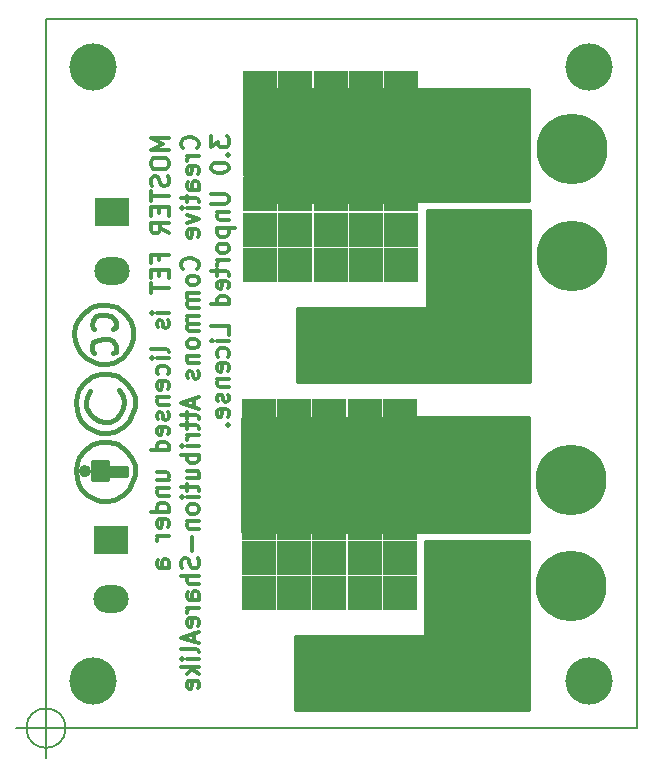
<source format=gbr>
G04 #@! TF.GenerationSoftware,KiCad,Pcbnew,(5.1.5)-3*
G04 #@! TF.CreationDate,2020-03-14T21:19:23-04:00*
G04 #@! TF.ProjectId,MOSTERFET,4d4f5354-4552-4464-9554-2e6b69636164,1.0*
G04 #@! TF.SameCoordinates,Original*
G04 #@! TF.FileFunction,Copper,L2,Bot*
G04 #@! TF.FilePolarity,Positive*
%FSLAX46Y46*%
G04 Gerber Fmt 4.6, Leading zero omitted, Abs format (unit mm)*
G04 Created by KiCad (PCBNEW (5.1.5)-3) date 2020-03-14 21:19:23*
%MOMM*%
%LPD*%
G04 APERTURE LIST*
%ADD10C,0.150000*%
%ADD11C,0.300000*%
%ADD12C,0.381000*%
%ADD13C,4.000000*%
%ADD14O,3.000000X2.350000*%
%ADD15R,3.000000X2.350000*%
%ADD16C,6.000000*%
%ADD17R,3.000000X3.000000*%
%ADD18C,0.600000*%
%ADD19C,0.254000*%
G04 APERTURE END LIST*
D10*
X74666666Y-117000000D02*
G75*
G03X74666666Y-117000000I-1666666J0D01*
G01*
X70500000Y-117000000D02*
X75500000Y-117000000D01*
X73000000Y-114500000D02*
X73000000Y-119500000D01*
D11*
X83378571Y-67052142D02*
X81878571Y-67052142D01*
X82950000Y-67552142D01*
X81878571Y-68052142D01*
X83378571Y-68052142D01*
X81878571Y-69052142D02*
X81878571Y-69337857D01*
X81950000Y-69480714D01*
X82092857Y-69623571D01*
X82378571Y-69695000D01*
X82878571Y-69695000D01*
X83164285Y-69623571D01*
X83307142Y-69480714D01*
X83378571Y-69337857D01*
X83378571Y-69052142D01*
X83307142Y-68909285D01*
X83164285Y-68766428D01*
X82878571Y-68695000D01*
X82378571Y-68695000D01*
X82092857Y-68766428D01*
X81950000Y-68909285D01*
X81878571Y-69052142D01*
X83307142Y-70266428D02*
X83378571Y-70480714D01*
X83378571Y-70837857D01*
X83307142Y-70980714D01*
X83235714Y-71052142D01*
X83092857Y-71123571D01*
X82950000Y-71123571D01*
X82807142Y-71052142D01*
X82735714Y-70980714D01*
X82664285Y-70837857D01*
X82592857Y-70552142D01*
X82521428Y-70409285D01*
X82450000Y-70337857D01*
X82307142Y-70266428D01*
X82164285Y-70266428D01*
X82021428Y-70337857D01*
X81950000Y-70409285D01*
X81878571Y-70552142D01*
X81878571Y-70909285D01*
X81950000Y-71123571D01*
X81878571Y-71552142D02*
X81878571Y-72409285D01*
X83378571Y-71980714D02*
X81878571Y-71980714D01*
X82592857Y-72909285D02*
X82592857Y-73409285D01*
X83378571Y-73623571D02*
X83378571Y-72909285D01*
X81878571Y-72909285D01*
X81878571Y-73623571D01*
X83378571Y-75123571D02*
X82664285Y-74623571D01*
X83378571Y-74266428D02*
X81878571Y-74266428D01*
X81878571Y-74837857D01*
X81950000Y-74980714D01*
X82021428Y-75052142D01*
X82164285Y-75123571D01*
X82378571Y-75123571D01*
X82521428Y-75052142D01*
X82592857Y-74980714D01*
X82664285Y-74837857D01*
X82664285Y-74266428D01*
X82592857Y-77409285D02*
X82592857Y-76909285D01*
X83378571Y-76909285D02*
X81878571Y-76909285D01*
X81878571Y-77623571D01*
X82592857Y-78195000D02*
X82592857Y-78695000D01*
X83378571Y-78909285D02*
X83378571Y-78195000D01*
X81878571Y-78195000D01*
X81878571Y-78909285D01*
X81878571Y-79337857D02*
X81878571Y-80195000D01*
X83378571Y-79766428D02*
X81878571Y-79766428D01*
X83378571Y-81837857D02*
X82378571Y-81837857D01*
X81878571Y-81837857D02*
X81950000Y-81766428D01*
X82021428Y-81837857D01*
X81950000Y-81909285D01*
X81878571Y-81837857D01*
X82021428Y-81837857D01*
X83307142Y-82480714D02*
X83378571Y-82623571D01*
X83378571Y-82909285D01*
X83307142Y-83052142D01*
X83164285Y-83123571D01*
X83092857Y-83123571D01*
X82950000Y-83052142D01*
X82878571Y-82909285D01*
X82878571Y-82695000D01*
X82807142Y-82552142D01*
X82664285Y-82480714D01*
X82592857Y-82480714D01*
X82450000Y-82552142D01*
X82378571Y-82695000D01*
X82378571Y-82909285D01*
X82450000Y-83052142D01*
X83378571Y-85123571D02*
X83307142Y-84980714D01*
X83164285Y-84909285D01*
X81878571Y-84909285D01*
X83378571Y-85695000D02*
X82378571Y-85695000D01*
X81878571Y-85695000D02*
X81950000Y-85623571D01*
X82021428Y-85695000D01*
X81950000Y-85766428D01*
X81878571Y-85695000D01*
X82021428Y-85695000D01*
X83307142Y-87052142D02*
X83378571Y-86909285D01*
X83378571Y-86623571D01*
X83307142Y-86480714D01*
X83235714Y-86409285D01*
X83092857Y-86337857D01*
X82664285Y-86337857D01*
X82521428Y-86409285D01*
X82450000Y-86480714D01*
X82378571Y-86623571D01*
X82378571Y-86909285D01*
X82450000Y-87052142D01*
X83307142Y-88266428D02*
X83378571Y-88123571D01*
X83378571Y-87837857D01*
X83307142Y-87695000D01*
X83164285Y-87623571D01*
X82592857Y-87623571D01*
X82450000Y-87695000D01*
X82378571Y-87837857D01*
X82378571Y-88123571D01*
X82450000Y-88266428D01*
X82592857Y-88337857D01*
X82735714Y-88337857D01*
X82878571Y-87623571D01*
X82378571Y-88980714D02*
X83378571Y-88980714D01*
X82521428Y-88980714D02*
X82450000Y-89052142D01*
X82378571Y-89195000D01*
X82378571Y-89409285D01*
X82450000Y-89552142D01*
X82592857Y-89623571D01*
X83378571Y-89623571D01*
X83307142Y-90266428D02*
X83378571Y-90409285D01*
X83378571Y-90695000D01*
X83307142Y-90837857D01*
X83164285Y-90909285D01*
X83092857Y-90909285D01*
X82950000Y-90837857D01*
X82878571Y-90695000D01*
X82878571Y-90480714D01*
X82807142Y-90337857D01*
X82664285Y-90266428D01*
X82592857Y-90266428D01*
X82450000Y-90337857D01*
X82378571Y-90480714D01*
X82378571Y-90695000D01*
X82450000Y-90837857D01*
X83307142Y-92123571D02*
X83378571Y-91980714D01*
X83378571Y-91695000D01*
X83307142Y-91552142D01*
X83164285Y-91480714D01*
X82592857Y-91480714D01*
X82450000Y-91552142D01*
X82378571Y-91695000D01*
X82378571Y-91980714D01*
X82450000Y-92123571D01*
X82592857Y-92195000D01*
X82735714Y-92195000D01*
X82878571Y-91480714D01*
X83378571Y-93480714D02*
X81878571Y-93480714D01*
X83307142Y-93480714D02*
X83378571Y-93337857D01*
X83378571Y-93052142D01*
X83307142Y-92909285D01*
X83235714Y-92837857D01*
X83092857Y-92766428D01*
X82664285Y-92766428D01*
X82521428Y-92837857D01*
X82450000Y-92909285D01*
X82378571Y-93052142D01*
X82378571Y-93337857D01*
X82450000Y-93480714D01*
X82378571Y-95980714D02*
X83378571Y-95980714D01*
X82378571Y-95337857D02*
X83164285Y-95337857D01*
X83307142Y-95409285D01*
X83378571Y-95552142D01*
X83378571Y-95766428D01*
X83307142Y-95909285D01*
X83235714Y-95980714D01*
X82378571Y-96695000D02*
X83378571Y-96695000D01*
X82521428Y-96695000D02*
X82450000Y-96766428D01*
X82378571Y-96909285D01*
X82378571Y-97123571D01*
X82450000Y-97266428D01*
X82592857Y-97337857D01*
X83378571Y-97337857D01*
X83378571Y-98695000D02*
X81878571Y-98695000D01*
X83307142Y-98695000D02*
X83378571Y-98552142D01*
X83378571Y-98266428D01*
X83307142Y-98123571D01*
X83235714Y-98052142D01*
X83092857Y-97980714D01*
X82664285Y-97980714D01*
X82521428Y-98052142D01*
X82450000Y-98123571D01*
X82378571Y-98266428D01*
X82378571Y-98552142D01*
X82450000Y-98695000D01*
X83307142Y-99980714D02*
X83378571Y-99837857D01*
X83378571Y-99552142D01*
X83307142Y-99409285D01*
X83164285Y-99337857D01*
X82592857Y-99337857D01*
X82450000Y-99409285D01*
X82378571Y-99552142D01*
X82378571Y-99837857D01*
X82450000Y-99980714D01*
X82592857Y-100052142D01*
X82735714Y-100052142D01*
X82878571Y-99337857D01*
X83378571Y-100695000D02*
X82378571Y-100695000D01*
X82664285Y-100695000D02*
X82521428Y-100766428D01*
X82450000Y-100837857D01*
X82378571Y-100980714D01*
X82378571Y-101123571D01*
X83378571Y-103409285D02*
X82592857Y-103409285D01*
X82450000Y-103337857D01*
X82378571Y-103195000D01*
X82378571Y-102909285D01*
X82450000Y-102766428D01*
X83307142Y-103409285D02*
X83378571Y-103266428D01*
X83378571Y-102909285D01*
X83307142Y-102766428D01*
X83164285Y-102695000D01*
X83021428Y-102695000D01*
X82878571Y-102766428D01*
X82807142Y-102909285D01*
X82807142Y-103266428D01*
X82735714Y-103409285D01*
X85785714Y-67909285D02*
X85857142Y-67837857D01*
X85928571Y-67623571D01*
X85928571Y-67480714D01*
X85857142Y-67266428D01*
X85714285Y-67123571D01*
X85571428Y-67052142D01*
X85285714Y-66980714D01*
X85071428Y-66980714D01*
X84785714Y-67052142D01*
X84642857Y-67123571D01*
X84500000Y-67266428D01*
X84428571Y-67480714D01*
X84428571Y-67623571D01*
X84500000Y-67837857D01*
X84571428Y-67909285D01*
X85928571Y-68552142D02*
X84928571Y-68552142D01*
X85214285Y-68552142D02*
X85071428Y-68623571D01*
X85000000Y-68695000D01*
X84928571Y-68837857D01*
X84928571Y-68980714D01*
X85857142Y-70052142D02*
X85928571Y-69909285D01*
X85928571Y-69623571D01*
X85857142Y-69480714D01*
X85714285Y-69409285D01*
X85142857Y-69409285D01*
X85000000Y-69480714D01*
X84928571Y-69623571D01*
X84928571Y-69909285D01*
X85000000Y-70052142D01*
X85142857Y-70123571D01*
X85285714Y-70123571D01*
X85428571Y-69409285D01*
X85928571Y-71409285D02*
X85142857Y-71409285D01*
X85000000Y-71337857D01*
X84928571Y-71195000D01*
X84928571Y-70909285D01*
X85000000Y-70766428D01*
X85857142Y-71409285D02*
X85928571Y-71266428D01*
X85928571Y-70909285D01*
X85857142Y-70766428D01*
X85714285Y-70695000D01*
X85571428Y-70695000D01*
X85428571Y-70766428D01*
X85357142Y-70909285D01*
X85357142Y-71266428D01*
X85285714Y-71409285D01*
X84928571Y-71909285D02*
X84928571Y-72480714D01*
X84428571Y-72123571D02*
X85714285Y-72123571D01*
X85857142Y-72195000D01*
X85928571Y-72337857D01*
X85928571Y-72480714D01*
X85928571Y-72980714D02*
X84928571Y-72980714D01*
X84428571Y-72980714D02*
X84500000Y-72909285D01*
X84571428Y-72980714D01*
X84500000Y-73052142D01*
X84428571Y-72980714D01*
X84571428Y-72980714D01*
X84928571Y-73552142D02*
X85928571Y-73909285D01*
X84928571Y-74266428D01*
X85857142Y-75409285D02*
X85928571Y-75266428D01*
X85928571Y-74980714D01*
X85857142Y-74837857D01*
X85714285Y-74766428D01*
X85142857Y-74766428D01*
X85000000Y-74837857D01*
X84928571Y-74980714D01*
X84928571Y-75266428D01*
X85000000Y-75409285D01*
X85142857Y-75480714D01*
X85285714Y-75480714D01*
X85428571Y-74766428D01*
X85785714Y-78123571D02*
X85857142Y-78052142D01*
X85928571Y-77837857D01*
X85928571Y-77695000D01*
X85857142Y-77480714D01*
X85714285Y-77337857D01*
X85571428Y-77266428D01*
X85285714Y-77195000D01*
X85071428Y-77195000D01*
X84785714Y-77266428D01*
X84642857Y-77337857D01*
X84500000Y-77480714D01*
X84428571Y-77695000D01*
X84428571Y-77837857D01*
X84500000Y-78052142D01*
X84571428Y-78123571D01*
X85928571Y-78980714D02*
X85857142Y-78837857D01*
X85785714Y-78766428D01*
X85642857Y-78695000D01*
X85214285Y-78695000D01*
X85071428Y-78766428D01*
X85000000Y-78837857D01*
X84928571Y-78980714D01*
X84928571Y-79195000D01*
X85000000Y-79337857D01*
X85071428Y-79409285D01*
X85214285Y-79480714D01*
X85642857Y-79480714D01*
X85785714Y-79409285D01*
X85857142Y-79337857D01*
X85928571Y-79195000D01*
X85928571Y-78980714D01*
X85928571Y-80123571D02*
X84928571Y-80123571D01*
X85071428Y-80123571D02*
X85000000Y-80195000D01*
X84928571Y-80337857D01*
X84928571Y-80552142D01*
X85000000Y-80695000D01*
X85142857Y-80766428D01*
X85928571Y-80766428D01*
X85142857Y-80766428D02*
X85000000Y-80837857D01*
X84928571Y-80980714D01*
X84928571Y-81195000D01*
X85000000Y-81337857D01*
X85142857Y-81409285D01*
X85928571Y-81409285D01*
X85928571Y-82123571D02*
X84928571Y-82123571D01*
X85071428Y-82123571D02*
X85000000Y-82195000D01*
X84928571Y-82337857D01*
X84928571Y-82552142D01*
X85000000Y-82695000D01*
X85142857Y-82766428D01*
X85928571Y-82766428D01*
X85142857Y-82766428D02*
X85000000Y-82837857D01*
X84928571Y-82980714D01*
X84928571Y-83195000D01*
X85000000Y-83337857D01*
X85142857Y-83409285D01*
X85928571Y-83409285D01*
X85928571Y-84337857D02*
X85857142Y-84195000D01*
X85785714Y-84123571D01*
X85642857Y-84052142D01*
X85214285Y-84052142D01*
X85071428Y-84123571D01*
X85000000Y-84195000D01*
X84928571Y-84337857D01*
X84928571Y-84552142D01*
X85000000Y-84695000D01*
X85071428Y-84766428D01*
X85214285Y-84837857D01*
X85642857Y-84837857D01*
X85785714Y-84766428D01*
X85857142Y-84695000D01*
X85928571Y-84552142D01*
X85928571Y-84337857D01*
X84928571Y-85480714D02*
X85928571Y-85480714D01*
X85071428Y-85480714D02*
X85000000Y-85552142D01*
X84928571Y-85695000D01*
X84928571Y-85909285D01*
X85000000Y-86052142D01*
X85142857Y-86123571D01*
X85928571Y-86123571D01*
X85857142Y-86766428D02*
X85928571Y-86909285D01*
X85928571Y-87195000D01*
X85857142Y-87337857D01*
X85714285Y-87409285D01*
X85642857Y-87409285D01*
X85500000Y-87337857D01*
X85428571Y-87195000D01*
X85428571Y-86980714D01*
X85357142Y-86837857D01*
X85214285Y-86766428D01*
X85142857Y-86766428D01*
X85000000Y-86837857D01*
X84928571Y-86980714D01*
X84928571Y-87195000D01*
X85000000Y-87337857D01*
X85500000Y-89123571D02*
X85500000Y-89837857D01*
X85928571Y-88980714D02*
X84428571Y-89480714D01*
X85928571Y-89980714D01*
X84928571Y-90266428D02*
X84928571Y-90837857D01*
X84428571Y-90480714D02*
X85714285Y-90480714D01*
X85857142Y-90552142D01*
X85928571Y-90695000D01*
X85928571Y-90837857D01*
X84928571Y-91123571D02*
X84928571Y-91695000D01*
X84428571Y-91337857D02*
X85714285Y-91337857D01*
X85857142Y-91409285D01*
X85928571Y-91552142D01*
X85928571Y-91695000D01*
X85928571Y-92195000D02*
X84928571Y-92195000D01*
X85214285Y-92195000D02*
X85071428Y-92266428D01*
X85000000Y-92337857D01*
X84928571Y-92480714D01*
X84928571Y-92623571D01*
X85928571Y-93123571D02*
X84928571Y-93123571D01*
X84428571Y-93123571D02*
X84500000Y-93052142D01*
X84571428Y-93123571D01*
X84500000Y-93195000D01*
X84428571Y-93123571D01*
X84571428Y-93123571D01*
X85928571Y-93837857D02*
X84428571Y-93837857D01*
X85000000Y-93837857D02*
X84928571Y-93980714D01*
X84928571Y-94266428D01*
X85000000Y-94409285D01*
X85071428Y-94480714D01*
X85214285Y-94552142D01*
X85642857Y-94552142D01*
X85785714Y-94480714D01*
X85857142Y-94409285D01*
X85928571Y-94266428D01*
X85928571Y-93980714D01*
X85857142Y-93837857D01*
X84928571Y-95837857D02*
X85928571Y-95837857D01*
X84928571Y-95195000D02*
X85714285Y-95195000D01*
X85857142Y-95266428D01*
X85928571Y-95409285D01*
X85928571Y-95623571D01*
X85857142Y-95766428D01*
X85785714Y-95837857D01*
X84928571Y-96337857D02*
X84928571Y-96909285D01*
X84428571Y-96552142D02*
X85714285Y-96552142D01*
X85857142Y-96623571D01*
X85928571Y-96766428D01*
X85928571Y-96909285D01*
X85928571Y-97409285D02*
X84928571Y-97409285D01*
X84428571Y-97409285D02*
X84500000Y-97337857D01*
X84571428Y-97409285D01*
X84500000Y-97480714D01*
X84428571Y-97409285D01*
X84571428Y-97409285D01*
X85928571Y-98337857D02*
X85857142Y-98195000D01*
X85785714Y-98123571D01*
X85642857Y-98052142D01*
X85214285Y-98052142D01*
X85071428Y-98123571D01*
X85000000Y-98195000D01*
X84928571Y-98337857D01*
X84928571Y-98552142D01*
X85000000Y-98695000D01*
X85071428Y-98766428D01*
X85214285Y-98837857D01*
X85642857Y-98837857D01*
X85785714Y-98766428D01*
X85857142Y-98695000D01*
X85928571Y-98552142D01*
X85928571Y-98337857D01*
X84928571Y-99480714D02*
X85928571Y-99480714D01*
X85071428Y-99480714D02*
X85000000Y-99552142D01*
X84928571Y-99695000D01*
X84928571Y-99909285D01*
X85000000Y-100052142D01*
X85142857Y-100123571D01*
X85928571Y-100123571D01*
X85357142Y-100837857D02*
X85357142Y-101980714D01*
X85857142Y-102623571D02*
X85928571Y-102837857D01*
X85928571Y-103195000D01*
X85857142Y-103337857D01*
X85785714Y-103409285D01*
X85642857Y-103480714D01*
X85500000Y-103480714D01*
X85357142Y-103409285D01*
X85285714Y-103337857D01*
X85214285Y-103195000D01*
X85142857Y-102909285D01*
X85071428Y-102766428D01*
X85000000Y-102695000D01*
X84857142Y-102623571D01*
X84714285Y-102623571D01*
X84571428Y-102695000D01*
X84500000Y-102766428D01*
X84428571Y-102909285D01*
X84428571Y-103266428D01*
X84500000Y-103480714D01*
X85928571Y-104123571D02*
X84428571Y-104123571D01*
X85928571Y-104766428D02*
X85142857Y-104766428D01*
X85000000Y-104695000D01*
X84928571Y-104552142D01*
X84928571Y-104337857D01*
X85000000Y-104195000D01*
X85071428Y-104123571D01*
X85928571Y-106123571D02*
X85142857Y-106123571D01*
X85000000Y-106052142D01*
X84928571Y-105909285D01*
X84928571Y-105623571D01*
X85000000Y-105480714D01*
X85857142Y-106123571D02*
X85928571Y-105980714D01*
X85928571Y-105623571D01*
X85857142Y-105480714D01*
X85714285Y-105409285D01*
X85571428Y-105409285D01*
X85428571Y-105480714D01*
X85357142Y-105623571D01*
X85357142Y-105980714D01*
X85285714Y-106123571D01*
X85928571Y-106837857D02*
X84928571Y-106837857D01*
X85214285Y-106837857D02*
X85071428Y-106909285D01*
X85000000Y-106980714D01*
X84928571Y-107123571D01*
X84928571Y-107266428D01*
X85857142Y-108337857D02*
X85928571Y-108195000D01*
X85928571Y-107909285D01*
X85857142Y-107766428D01*
X85714285Y-107695000D01*
X85142857Y-107695000D01*
X85000000Y-107766428D01*
X84928571Y-107909285D01*
X84928571Y-108195000D01*
X85000000Y-108337857D01*
X85142857Y-108409285D01*
X85285714Y-108409285D01*
X85428571Y-107695000D01*
X85500000Y-108980714D02*
X85500000Y-109695000D01*
X85928571Y-108837857D02*
X84428571Y-109337857D01*
X85928571Y-109837857D01*
X85928571Y-110552142D02*
X85857142Y-110409285D01*
X85714285Y-110337857D01*
X84428571Y-110337857D01*
X85928571Y-111123571D02*
X84928571Y-111123571D01*
X84428571Y-111123571D02*
X84500000Y-111052142D01*
X84571428Y-111123571D01*
X84500000Y-111195000D01*
X84428571Y-111123571D01*
X84571428Y-111123571D01*
X85928571Y-111837857D02*
X84428571Y-111837857D01*
X85357142Y-111980714D02*
X85928571Y-112409285D01*
X84928571Y-112409285D02*
X85500000Y-111837857D01*
X85857142Y-113623571D02*
X85928571Y-113480714D01*
X85928571Y-113195000D01*
X85857142Y-113052142D01*
X85714285Y-112980714D01*
X85142857Y-112980714D01*
X85000000Y-113052142D01*
X84928571Y-113195000D01*
X84928571Y-113480714D01*
X85000000Y-113623571D01*
X85142857Y-113695000D01*
X85285714Y-113695000D01*
X85428571Y-112980714D01*
X86978571Y-66909285D02*
X86978571Y-67837857D01*
X87550000Y-67337857D01*
X87550000Y-67552142D01*
X87621428Y-67695000D01*
X87692857Y-67766428D01*
X87835714Y-67837857D01*
X88192857Y-67837857D01*
X88335714Y-67766428D01*
X88407142Y-67695000D01*
X88478571Y-67552142D01*
X88478571Y-67123571D01*
X88407142Y-66980714D01*
X88335714Y-66909285D01*
X88335714Y-68480714D02*
X88407142Y-68552142D01*
X88478571Y-68480714D01*
X88407142Y-68409285D01*
X88335714Y-68480714D01*
X88478571Y-68480714D01*
X86978571Y-69480714D02*
X86978571Y-69623571D01*
X87050000Y-69766428D01*
X87121428Y-69837857D01*
X87264285Y-69909285D01*
X87550000Y-69980714D01*
X87907142Y-69980714D01*
X88192857Y-69909285D01*
X88335714Y-69837857D01*
X88407142Y-69766428D01*
X88478571Y-69623571D01*
X88478571Y-69480714D01*
X88407142Y-69337857D01*
X88335714Y-69266428D01*
X88192857Y-69195000D01*
X87907142Y-69123571D01*
X87550000Y-69123571D01*
X87264285Y-69195000D01*
X87121428Y-69266428D01*
X87050000Y-69337857D01*
X86978571Y-69480714D01*
X86978571Y-71766428D02*
X88192857Y-71766428D01*
X88335714Y-71837857D01*
X88407142Y-71909285D01*
X88478571Y-72052142D01*
X88478571Y-72337857D01*
X88407142Y-72480714D01*
X88335714Y-72552142D01*
X88192857Y-72623571D01*
X86978571Y-72623571D01*
X87478571Y-73337857D02*
X88478571Y-73337857D01*
X87621428Y-73337857D02*
X87550000Y-73409285D01*
X87478571Y-73552142D01*
X87478571Y-73766428D01*
X87550000Y-73909285D01*
X87692857Y-73980714D01*
X88478571Y-73980714D01*
X87478571Y-74695000D02*
X88978571Y-74695000D01*
X87550000Y-74695000D02*
X87478571Y-74837857D01*
X87478571Y-75123571D01*
X87550000Y-75266428D01*
X87621428Y-75337857D01*
X87764285Y-75409285D01*
X88192857Y-75409285D01*
X88335714Y-75337857D01*
X88407142Y-75266428D01*
X88478571Y-75123571D01*
X88478571Y-74837857D01*
X88407142Y-74695000D01*
X88478571Y-76266428D02*
X88407142Y-76123571D01*
X88335714Y-76052142D01*
X88192857Y-75980714D01*
X87764285Y-75980714D01*
X87621428Y-76052142D01*
X87550000Y-76123571D01*
X87478571Y-76266428D01*
X87478571Y-76480714D01*
X87550000Y-76623571D01*
X87621428Y-76695000D01*
X87764285Y-76766428D01*
X88192857Y-76766428D01*
X88335714Y-76695000D01*
X88407142Y-76623571D01*
X88478571Y-76480714D01*
X88478571Y-76266428D01*
X88478571Y-77409285D02*
X87478571Y-77409285D01*
X87764285Y-77409285D02*
X87621428Y-77480714D01*
X87550000Y-77552142D01*
X87478571Y-77695000D01*
X87478571Y-77837857D01*
X87478571Y-78123571D02*
X87478571Y-78695000D01*
X86978571Y-78337857D02*
X88264285Y-78337857D01*
X88407142Y-78409285D01*
X88478571Y-78552142D01*
X88478571Y-78695000D01*
X88407142Y-79766428D02*
X88478571Y-79623571D01*
X88478571Y-79337857D01*
X88407142Y-79195000D01*
X88264285Y-79123571D01*
X87692857Y-79123571D01*
X87550000Y-79195000D01*
X87478571Y-79337857D01*
X87478571Y-79623571D01*
X87550000Y-79766428D01*
X87692857Y-79837857D01*
X87835714Y-79837857D01*
X87978571Y-79123571D01*
X88478571Y-81123571D02*
X86978571Y-81123571D01*
X88407142Y-81123571D02*
X88478571Y-80980714D01*
X88478571Y-80695000D01*
X88407142Y-80552142D01*
X88335714Y-80480714D01*
X88192857Y-80409285D01*
X87764285Y-80409285D01*
X87621428Y-80480714D01*
X87550000Y-80552142D01*
X87478571Y-80695000D01*
X87478571Y-80980714D01*
X87550000Y-81123571D01*
X88478571Y-83695000D02*
X88478571Y-82980714D01*
X86978571Y-82980714D01*
X88478571Y-84195000D02*
X87478571Y-84195000D01*
X86978571Y-84195000D02*
X87050000Y-84123571D01*
X87121428Y-84195000D01*
X87050000Y-84266428D01*
X86978571Y-84195000D01*
X87121428Y-84195000D01*
X88407142Y-85552142D02*
X88478571Y-85409285D01*
X88478571Y-85123571D01*
X88407142Y-84980714D01*
X88335714Y-84909285D01*
X88192857Y-84837857D01*
X87764285Y-84837857D01*
X87621428Y-84909285D01*
X87550000Y-84980714D01*
X87478571Y-85123571D01*
X87478571Y-85409285D01*
X87550000Y-85552142D01*
X88407142Y-86766428D02*
X88478571Y-86623571D01*
X88478571Y-86337857D01*
X88407142Y-86195000D01*
X88264285Y-86123571D01*
X87692857Y-86123571D01*
X87550000Y-86195000D01*
X87478571Y-86337857D01*
X87478571Y-86623571D01*
X87550000Y-86766428D01*
X87692857Y-86837857D01*
X87835714Y-86837857D01*
X87978571Y-86123571D01*
X87478571Y-87480714D02*
X88478571Y-87480714D01*
X87621428Y-87480714D02*
X87550000Y-87552142D01*
X87478571Y-87695000D01*
X87478571Y-87909285D01*
X87550000Y-88052142D01*
X87692857Y-88123571D01*
X88478571Y-88123571D01*
X88407142Y-88766428D02*
X88478571Y-88909285D01*
X88478571Y-89195000D01*
X88407142Y-89337857D01*
X88264285Y-89409285D01*
X88192857Y-89409285D01*
X88050000Y-89337857D01*
X87978571Y-89195000D01*
X87978571Y-88980714D01*
X87907142Y-88837857D01*
X87764285Y-88766428D01*
X87692857Y-88766428D01*
X87550000Y-88837857D01*
X87478571Y-88980714D01*
X87478571Y-89195000D01*
X87550000Y-89337857D01*
X88407142Y-90623571D02*
X88478571Y-90480714D01*
X88478571Y-90195000D01*
X88407142Y-90052142D01*
X88264285Y-89980714D01*
X87692857Y-89980714D01*
X87550000Y-90052142D01*
X87478571Y-90195000D01*
X87478571Y-90480714D01*
X87550000Y-90623571D01*
X87692857Y-90695000D01*
X87835714Y-90695000D01*
X87978571Y-89980714D01*
X88335714Y-91337857D02*
X88407142Y-91409285D01*
X88478571Y-91337857D01*
X88407142Y-91266428D01*
X88335714Y-91337857D01*
X88478571Y-91337857D01*
D10*
X73000000Y-117000000D02*
X123000000Y-117000000D01*
X73000000Y-57000000D02*
X123000000Y-57000000D01*
X123000000Y-117000000D02*
X123000000Y-57000000D01*
X73000000Y-117000000D02*
X73000000Y-57000000D01*
X73000000Y-117000000D02*
X73250000Y-117000000D01*
X73000000Y-117000000D02*
X121000000Y-117000000D01*
D12*
X76100080Y-95250000D02*
X76498860Y-95250000D01*
X77298960Y-94548960D02*
X77298960Y-95849440D01*
X77601220Y-95750380D02*
X77601220Y-94548960D01*
X77900940Y-94449900D02*
X77900940Y-95750380D01*
X78299720Y-95250000D02*
X79600200Y-95250000D01*
X79800860Y-95349060D02*
X79800860Y-95549720D01*
X79800860Y-95549720D02*
X78200660Y-95549720D01*
X78299720Y-94950280D02*
X79800860Y-94950280D01*
X79800860Y-94950280D02*
X79800860Y-95450660D01*
X76999240Y-94449900D02*
X76999240Y-95951040D01*
X76999240Y-95951040D02*
X78200660Y-95951040D01*
X78200660Y-95951040D02*
X78200660Y-94449900D01*
X78200660Y-94449900D02*
X76999240Y-94449900D01*
X76616406Y-95250000D02*
G75*
G03X76616406Y-95250000I-315666J0D01*
G01*
X75500640Y-95250000D02*
X75500640Y-95150940D01*
X75500640Y-95150940D02*
X75599700Y-94548960D01*
X75599700Y-94548960D02*
X75800360Y-94051120D01*
X75800360Y-94051120D02*
X76199140Y-93550740D01*
X76199140Y-93550740D02*
X76801120Y-93050360D01*
X76801120Y-93050360D02*
X77199900Y-92849700D01*
X77199900Y-92849700D02*
X77700280Y-92750640D01*
X77700280Y-92750640D02*
X78299720Y-92750640D01*
X78299720Y-92750640D02*
X79099820Y-92948760D01*
X79099820Y-92948760D02*
X79800860Y-93550740D01*
X79800860Y-93550740D02*
X80199640Y-94051120D01*
X80199640Y-94051120D02*
X80499360Y-94749620D01*
X80499360Y-94749620D02*
X80499360Y-95549720D01*
X80499360Y-95549720D02*
X80301240Y-96149160D01*
X80301240Y-96149160D02*
X79998980Y-96751140D01*
X79998980Y-96751140D02*
X79501140Y-97248980D01*
X79501140Y-97248980D02*
X78800100Y-97650300D01*
X78800100Y-97650300D02*
X78200660Y-97749360D01*
X78200660Y-97749360D02*
X77601220Y-97749360D01*
X77601220Y-97749360D02*
X76999240Y-97551240D01*
X76999240Y-97551240D02*
X76498860Y-97248980D01*
X76498860Y-97248980D02*
X76001020Y-96751140D01*
X76001020Y-96751140D02*
X75698760Y-96250760D01*
X75698760Y-96250760D02*
X75599700Y-95849440D01*
X75599700Y-95849440D02*
X75500640Y-95250000D01*
X79198880Y-88400180D02*
X79501140Y-88900560D01*
X79501140Y-88900560D02*
X79600200Y-89400940D01*
X79600200Y-89400940D02*
X79501140Y-89898780D01*
X79501140Y-89898780D02*
X79300480Y-90399160D01*
X79300480Y-90399160D02*
X78899160Y-90800480D01*
X78899160Y-90800480D02*
X78398780Y-91100200D01*
X78398780Y-91100200D02*
X78000000Y-91100200D01*
X78000000Y-91100200D02*
X77499620Y-91001140D01*
X77499620Y-91001140D02*
X76999240Y-90698880D01*
X76999240Y-90698880D02*
X76699520Y-90399160D01*
X76699520Y-90399160D02*
X76399800Y-89799720D01*
X76399800Y-89799720D02*
X76399800Y-89400940D01*
X76399800Y-89400940D02*
X76498860Y-88999620D01*
X76498860Y-88999620D02*
X76699520Y-88499240D01*
X75500640Y-89500000D02*
X75500640Y-89400940D01*
X75500640Y-89400940D02*
X75599700Y-88798960D01*
X75599700Y-88798960D02*
X75800360Y-88301120D01*
X75800360Y-88301120D02*
X76199140Y-87800740D01*
X76199140Y-87800740D02*
X76801120Y-87300360D01*
X76801120Y-87300360D02*
X77199900Y-87099700D01*
X77199900Y-87099700D02*
X77700280Y-87000640D01*
X77700280Y-87000640D02*
X78299720Y-87000640D01*
X78299720Y-87000640D02*
X79099820Y-87198760D01*
X79099820Y-87198760D02*
X79800860Y-87800740D01*
X79800860Y-87800740D02*
X80199640Y-88301120D01*
X80199640Y-88301120D02*
X80499360Y-88999620D01*
X80499360Y-88999620D02*
X80499360Y-89799720D01*
X80499360Y-89799720D02*
X80301240Y-90399160D01*
X80301240Y-90399160D02*
X79998980Y-91001140D01*
X79998980Y-91001140D02*
X79501140Y-91498980D01*
X79501140Y-91498980D02*
X78800100Y-91900300D01*
X78800100Y-91900300D02*
X78200660Y-91999360D01*
X78200660Y-91999360D02*
X77601220Y-91999360D01*
X77601220Y-91999360D02*
X76999240Y-91801240D01*
X76999240Y-91801240D02*
X76498860Y-91498980D01*
X76498860Y-91498980D02*
X76001020Y-91001140D01*
X76001020Y-91001140D02*
X75698760Y-90500760D01*
X75698760Y-90500760D02*
X75599700Y-90099440D01*
X75599700Y-90099440D02*
X75500640Y-89500000D01*
X77099900Y-85250200D02*
X77000840Y-85151140D01*
X77000840Y-85151140D02*
X76899240Y-84950480D01*
X76899240Y-84950480D02*
X76899240Y-84650760D01*
X76899240Y-84650760D02*
X77000840Y-84351040D01*
X77000840Y-84351040D02*
X77399620Y-84150380D01*
X77399620Y-84150380D02*
X77900000Y-84048780D01*
X77900000Y-84048780D02*
X78298780Y-84048780D01*
X78298780Y-84048780D02*
X78700100Y-84249440D01*
X78700100Y-84249440D02*
X78900760Y-84650760D01*
X78900760Y-84650760D02*
X78900760Y-84848880D01*
X78900760Y-84848880D02*
X78900760Y-85151140D01*
X78900760Y-85151140D02*
X78700100Y-85250200D01*
X77099900Y-83251220D02*
X77000840Y-83149620D01*
X77000840Y-83149620D02*
X76899240Y-82849900D01*
X76899240Y-82849900D02*
X77000840Y-82451120D01*
X77000840Y-82451120D02*
X77198960Y-82148860D01*
X77198960Y-82148860D02*
X77600280Y-82049800D01*
X77600280Y-82049800D02*
X77999060Y-82049800D01*
X77999060Y-82049800D02*
X78499440Y-82148860D01*
X78499440Y-82148860D02*
X78799160Y-82349520D01*
X78799160Y-82349520D02*
X78900760Y-82649240D01*
X78900760Y-82649240D02*
X78900760Y-83050560D01*
X78900760Y-83050560D02*
X78700100Y-83251220D01*
X75400640Y-83650000D02*
X75400640Y-83550940D01*
X75400640Y-83550940D02*
X75499700Y-82948960D01*
X75499700Y-82948960D02*
X75700360Y-82451120D01*
X75700360Y-82451120D02*
X76099140Y-81950740D01*
X76099140Y-81950740D02*
X76701120Y-81450360D01*
X76701120Y-81450360D02*
X77099900Y-81249700D01*
X77099900Y-81249700D02*
X77600280Y-81150640D01*
X77600280Y-81150640D02*
X78199720Y-81150640D01*
X78199720Y-81150640D02*
X78999820Y-81348760D01*
X78999820Y-81348760D02*
X79700860Y-81950740D01*
X79700860Y-81950740D02*
X80099640Y-82451120D01*
X80099640Y-82451120D02*
X80399360Y-83149620D01*
X80399360Y-83149620D02*
X80399360Y-83949720D01*
X80399360Y-83949720D02*
X80201240Y-84549160D01*
X80201240Y-84549160D02*
X79898980Y-85151140D01*
X79898980Y-85151140D02*
X79401140Y-85648980D01*
X79401140Y-85648980D02*
X78700100Y-86050300D01*
X78700100Y-86050300D02*
X78100660Y-86149360D01*
X78100660Y-86149360D02*
X77501220Y-86149360D01*
X77501220Y-86149360D02*
X76899240Y-85951240D01*
X76899240Y-85951240D02*
X76398860Y-85648980D01*
X76398860Y-85648980D02*
X75901020Y-85151140D01*
X75901020Y-85151140D02*
X75598760Y-84650760D01*
X75598760Y-84650760D02*
X75499700Y-84249440D01*
X75499700Y-84249440D02*
X75400640Y-83650000D01*
D13*
X77000000Y-113000000D03*
X119000000Y-61000000D03*
D14*
X78600000Y-78300000D03*
D15*
X78600000Y-73300000D03*
D16*
X110625000Y-68000000D03*
X117575000Y-68000000D03*
X110625000Y-77000000D03*
X117575000Y-77000000D03*
D17*
X94100000Y-62800000D03*
X91100000Y-62800000D03*
X97100000Y-62800000D03*
X103100000Y-62800000D03*
X100100000Y-62800000D03*
X103100000Y-77800000D03*
X103100000Y-74800000D03*
X103100000Y-71800000D03*
X103100000Y-68800000D03*
X91100000Y-77800000D03*
X91100000Y-74800000D03*
X91100000Y-68800000D03*
X91100000Y-71800000D03*
X100100000Y-68800000D03*
X97100000Y-68800000D03*
X94100000Y-68800000D03*
X94100000Y-71800000D03*
X100100000Y-71800000D03*
X97100000Y-71800000D03*
X94100000Y-74800000D03*
X100100000Y-74800000D03*
X97100000Y-74800000D03*
X94100000Y-77800000D03*
X100100000Y-77800000D03*
X97100000Y-77800000D03*
X103100000Y-65800000D03*
X91100000Y-65800000D03*
X100100000Y-65800000D03*
X94100000Y-65800000D03*
X97100000Y-65800000D03*
D16*
X117475000Y-105000000D03*
X110525000Y-105000000D03*
D17*
X97000000Y-93600000D03*
X94000000Y-93600000D03*
X100000000Y-93600000D03*
X91000000Y-93600000D03*
X103000000Y-93600000D03*
X97000000Y-105600000D03*
X100000000Y-105600000D03*
X94000000Y-105600000D03*
X97000000Y-102600000D03*
X100000000Y-102600000D03*
X94000000Y-102600000D03*
X97000000Y-99600000D03*
X100000000Y-99600000D03*
X94000000Y-99600000D03*
X94000000Y-96600000D03*
X97000000Y-96600000D03*
X100000000Y-96600000D03*
X91000000Y-99600000D03*
X91000000Y-96600000D03*
X91000000Y-102600000D03*
X91000000Y-105600000D03*
X103000000Y-96600000D03*
X103000000Y-99600000D03*
X103000000Y-102600000D03*
X103000000Y-105600000D03*
X100000000Y-90600000D03*
X103000000Y-90600000D03*
X97000000Y-90600000D03*
X91000000Y-90600000D03*
X94000000Y-90600000D03*
D15*
X78500000Y-101100000D03*
D14*
X78500000Y-106100000D03*
D16*
X117475000Y-96000000D03*
X110525000Y-96000000D03*
D13*
X119000000Y-113000000D03*
X77000000Y-61000000D03*
D18*
X100800000Y-110600000D03*
X98300000Y-111500000D03*
X98300000Y-109700000D03*
X99550000Y-112400000D03*
X95750000Y-109700000D03*
X98300000Y-110600000D03*
X98300000Y-113300000D03*
X95750000Y-113300000D03*
X94500000Y-109700000D03*
X99550000Y-113300000D03*
X100800000Y-113300000D03*
X97000000Y-109700000D03*
X99550000Y-111500000D03*
X94500000Y-112400000D03*
X97000000Y-113300000D03*
X94500000Y-113300000D03*
X94500000Y-110600000D03*
X95750000Y-111500000D03*
X100800000Y-112400000D03*
X100800000Y-109700000D03*
X98300000Y-112400000D03*
X97000000Y-110600000D03*
X94500000Y-111500000D03*
X95750000Y-110600000D03*
X95750000Y-112400000D03*
X97000000Y-111500000D03*
X100800000Y-111500000D03*
X97000000Y-112400000D03*
X99550000Y-109700000D03*
X99550000Y-110600000D03*
X94600000Y-83700000D03*
X95850000Y-84600000D03*
X95850000Y-82800000D03*
X100900000Y-83700000D03*
X98400000Y-84600000D03*
X98400000Y-81900000D03*
X97100000Y-83700000D03*
X98400000Y-83700000D03*
X99650000Y-84600000D03*
X95850000Y-81900000D03*
X100900000Y-85500000D03*
X97100000Y-81900000D03*
X99650000Y-83700000D03*
X94600000Y-84600000D03*
X99650000Y-85500000D03*
X94600000Y-85500000D03*
X94600000Y-82800000D03*
X98400000Y-82800000D03*
X100900000Y-82800000D03*
X98400000Y-85500000D03*
X94600000Y-81900000D03*
X95850000Y-85500000D03*
X97100000Y-85500000D03*
X95850000Y-83700000D03*
X100900000Y-84600000D03*
X100900000Y-81900000D03*
X97100000Y-82800000D03*
X99650000Y-81900000D03*
X99650000Y-82800000D03*
X97100000Y-84600000D03*
D19*
G36*
X113873000Y-115473000D02*
G01*
X94127000Y-115473000D01*
X94127000Y-109227000D01*
X105000000Y-109227000D01*
X105024776Y-109224560D01*
X105048601Y-109217333D01*
X105070557Y-109205597D01*
X105089803Y-109189803D01*
X105105597Y-109170557D01*
X105117333Y-109148601D01*
X105124560Y-109124776D01*
X105127000Y-109100000D01*
X105127000Y-101127000D01*
X113873000Y-101127000D01*
X113873000Y-115473000D01*
G37*
X113873000Y-115473000D02*
X94127000Y-115473000D01*
X94127000Y-109227000D01*
X105000000Y-109227000D01*
X105024776Y-109224560D01*
X105048601Y-109217333D01*
X105070557Y-109205597D01*
X105089803Y-109189803D01*
X105105597Y-109170557D01*
X105117333Y-109148601D01*
X105124560Y-109124776D01*
X105127000Y-109100000D01*
X105127000Y-101127000D01*
X113873000Y-101127000D01*
X113873000Y-115473000D01*
G36*
X113873000Y-100373259D02*
G01*
X89627000Y-100422740D01*
X89627000Y-90726483D01*
X113873000Y-90627519D01*
X113873000Y-100373259D01*
G37*
X113873000Y-100373259D02*
X89627000Y-100422740D01*
X89627000Y-90726483D01*
X113873000Y-90627519D01*
X113873000Y-100373259D01*
G36*
X113973000Y-87673000D02*
G01*
X94227000Y-87673000D01*
X94227000Y-81427000D01*
X105100000Y-81427000D01*
X105124776Y-81424560D01*
X105148601Y-81417333D01*
X105170557Y-81405597D01*
X105189803Y-81389803D01*
X105205597Y-81370557D01*
X105217333Y-81348601D01*
X105224560Y-81324776D01*
X105227000Y-81300000D01*
X105227000Y-73127000D01*
X113973000Y-73127000D01*
X113973000Y-87673000D01*
G37*
X113973000Y-87673000D02*
X94227000Y-87673000D01*
X94227000Y-81427000D01*
X105100000Y-81427000D01*
X105124776Y-81424560D01*
X105148601Y-81417333D01*
X105170557Y-81405597D01*
X105189803Y-81389803D01*
X105205597Y-81370557D01*
X105217333Y-81348601D01*
X105224560Y-81324776D01*
X105227000Y-81300000D01*
X105227000Y-73127000D01*
X113973000Y-73127000D01*
X113973000Y-87673000D01*
G36*
X113873000Y-72373261D02*
G01*
X89875057Y-72422742D01*
X89728965Y-62926736D01*
X113873000Y-62877261D01*
X113873000Y-72373261D01*
G37*
X113873000Y-72373261D02*
X89875057Y-72422742D01*
X89728965Y-62926736D01*
X113873000Y-62877261D01*
X113873000Y-72373261D01*
M02*

</source>
